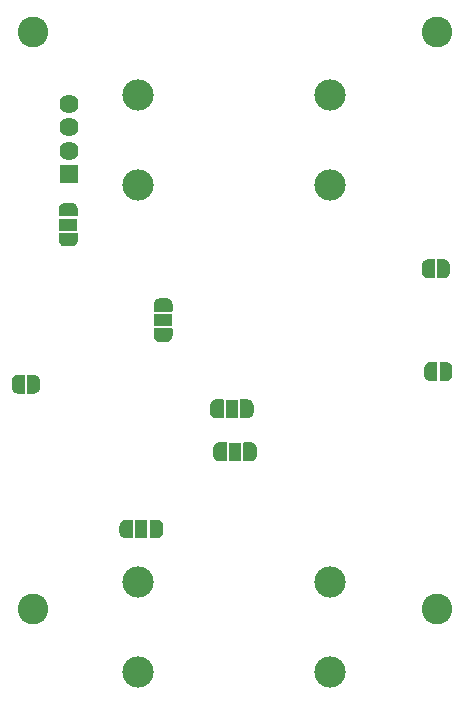
<source format=gbs>
G04 #@! TF.GenerationSoftware,KiCad,Pcbnew,(5.1.6)-1*
G04 #@! TF.CreationDate,2020-06-24T13:46:24+02:00*
G04 #@! TF.ProjectId,ST-Node-V0.1,53542d4e-6f64-4652-9d56-302e312e6b69,rev?*
G04 #@! TF.SameCoordinates,Original*
G04 #@! TF.FileFunction,Soldermask,Bot*
G04 #@! TF.FilePolarity,Negative*
%FSLAX46Y46*%
G04 Gerber Fmt 4.6, Leading zero omitted, Abs format (unit mm)*
G04 Created by KiCad (PCBNEW (5.1.6)-1) date 2020-06-24 13:46:24*
%MOMM*%
%LPD*%
G01*
G04 APERTURE LIST*
%ADD10C,2.650000*%
%ADD11C,2.600000*%
%ADD12C,0.100000*%
%ADD13R,1.100000X1.600000*%
%ADD14R,1.600000X1.100000*%
%ADD15R,1.624000X1.624000*%
%ADD16C,1.624000*%
G04 APERTURE END LIST*
D10*
X147759040Y-121153300D03*
X147759040Y-128773300D03*
X131519040Y-121153300D03*
X131519040Y-128773300D03*
X147759040Y-87589740D03*
X147759040Y-79969740D03*
X131519040Y-87589740D03*
X131519040Y-79969740D03*
D11*
X156811980Y-123510040D03*
X122588020Y-123510040D03*
X156819600Y-74599800D03*
X122580400Y-74599800D03*
D12*
G36*
X130481789Y-117499698D02*
G01*
X130463366Y-117499698D01*
X130458465Y-117499457D01*
X130409634Y-117494647D01*
X130404781Y-117493927D01*
X130356656Y-117484355D01*
X130351895Y-117483163D01*
X130304940Y-117468919D01*
X130300321Y-117467266D01*
X130254988Y-117448489D01*
X130250551Y-117446391D01*
X130207278Y-117423260D01*
X130203071Y-117420738D01*
X130162272Y-117393478D01*
X130158330Y-117390554D01*
X130120401Y-117359426D01*
X130116766Y-117356131D01*
X130082069Y-117321434D01*
X130078774Y-117317799D01*
X130047646Y-117279870D01*
X130044722Y-117275928D01*
X130017462Y-117235129D01*
X130014940Y-117230922D01*
X129991809Y-117187649D01*
X129989711Y-117183212D01*
X129970934Y-117137879D01*
X129969281Y-117133260D01*
X129955037Y-117086305D01*
X129953845Y-117081544D01*
X129944273Y-117033419D01*
X129943553Y-117028566D01*
X129938743Y-116979735D01*
X129938502Y-116974834D01*
X129938502Y-116956411D01*
X129937900Y-116950300D01*
X129937900Y-116450300D01*
X129938502Y-116444189D01*
X129938502Y-116425766D01*
X129938743Y-116420865D01*
X129943553Y-116372034D01*
X129944273Y-116367181D01*
X129953845Y-116319056D01*
X129955037Y-116314295D01*
X129969281Y-116267340D01*
X129970934Y-116262721D01*
X129989711Y-116217388D01*
X129991809Y-116212951D01*
X130014940Y-116169678D01*
X130017462Y-116165471D01*
X130044722Y-116124672D01*
X130047646Y-116120730D01*
X130078774Y-116082801D01*
X130082069Y-116079166D01*
X130116766Y-116044469D01*
X130120401Y-116041174D01*
X130158330Y-116010046D01*
X130162272Y-116007122D01*
X130203071Y-115979862D01*
X130207278Y-115977340D01*
X130250551Y-115954209D01*
X130254988Y-115952111D01*
X130300321Y-115933334D01*
X130304940Y-115931681D01*
X130351895Y-115917437D01*
X130356656Y-115916245D01*
X130404781Y-115906673D01*
X130409634Y-115905953D01*
X130458465Y-115901143D01*
X130463366Y-115900902D01*
X130481789Y-115900902D01*
X130487900Y-115900300D01*
X131037900Y-115900300D01*
X131047655Y-115901261D01*
X131057034Y-115904106D01*
X131065679Y-115908727D01*
X131073255Y-115914945D01*
X131079473Y-115922521D01*
X131084094Y-115931166D01*
X131086939Y-115940545D01*
X131087900Y-115950300D01*
X131087900Y-117450300D01*
X131086939Y-117460055D01*
X131084094Y-117469434D01*
X131079473Y-117478079D01*
X131073255Y-117485655D01*
X131065679Y-117491873D01*
X131057034Y-117496494D01*
X131047655Y-117499339D01*
X131037900Y-117500300D01*
X130487900Y-117500300D01*
X130481789Y-117499698D01*
G37*
D13*
X131787900Y-116700300D03*
D12*
G36*
X132528145Y-117499339D02*
G01*
X132518766Y-117496494D01*
X132510121Y-117491873D01*
X132502545Y-117485655D01*
X132496327Y-117478079D01*
X132491706Y-117469434D01*
X132488861Y-117460055D01*
X132487900Y-117450300D01*
X132487900Y-115950300D01*
X132488861Y-115940545D01*
X132491706Y-115931166D01*
X132496327Y-115922521D01*
X132502545Y-115914945D01*
X132510121Y-115908727D01*
X132518766Y-115904106D01*
X132528145Y-115901261D01*
X132537900Y-115900300D01*
X133087900Y-115900300D01*
X133094011Y-115900902D01*
X133112434Y-115900902D01*
X133117335Y-115901143D01*
X133166166Y-115905953D01*
X133171019Y-115906673D01*
X133219144Y-115916245D01*
X133223905Y-115917437D01*
X133270860Y-115931681D01*
X133275479Y-115933334D01*
X133320812Y-115952111D01*
X133325249Y-115954209D01*
X133368522Y-115977340D01*
X133372729Y-115979862D01*
X133413528Y-116007122D01*
X133417470Y-116010046D01*
X133455399Y-116041174D01*
X133459034Y-116044469D01*
X133493731Y-116079166D01*
X133497026Y-116082801D01*
X133528154Y-116120730D01*
X133531078Y-116124672D01*
X133558338Y-116165471D01*
X133560860Y-116169678D01*
X133583991Y-116212951D01*
X133586089Y-116217388D01*
X133604866Y-116262721D01*
X133606519Y-116267340D01*
X133620763Y-116314295D01*
X133621955Y-116319056D01*
X133631527Y-116367181D01*
X133632247Y-116372034D01*
X133637057Y-116420865D01*
X133637298Y-116425766D01*
X133637298Y-116444189D01*
X133637900Y-116450300D01*
X133637900Y-116950300D01*
X133637298Y-116956411D01*
X133637298Y-116974834D01*
X133637057Y-116979735D01*
X133632247Y-117028566D01*
X133631527Y-117033419D01*
X133621955Y-117081544D01*
X133620763Y-117086305D01*
X133606519Y-117133260D01*
X133604866Y-117137879D01*
X133586089Y-117183212D01*
X133583991Y-117187649D01*
X133560860Y-117230922D01*
X133558338Y-117235129D01*
X133531078Y-117275928D01*
X133528154Y-117279870D01*
X133497026Y-117317799D01*
X133493731Y-117321434D01*
X133459034Y-117356131D01*
X133455399Y-117359426D01*
X133417470Y-117390554D01*
X133413528Y-117393478D01*
X133372729Y-117420738D01*
X133368522Y-117423260D01*
X133325249Y-117446391D01*
X133320812Y-117448489D01*
X133275479Y-117467266D01*
X133270860Y-117468919D01*
X133223905Y-117483163D01*
X133219144Y-117484355D01*
X133171019Y-117493927D01*
X133166166Y-117494647D01*
X133117335Y-117499457D01*
X133112434Y-117499698D01*
X133094011Y-117499698D01*
X133087900Y-117500300D01*
X132537900Y-117500300D01*
X132528145Y-117499339D01*
G37*
G36*
X140756111Y-105730602D02*
G01*
X140774534Y-105730602D01*
X140779435Y-105730843D01*
X140828266Y-105735653D01*
X140833119Y-105736373D01*
X140881244Y-105745945D01*
X140886005Y-105747137D01*
X140932960Y-105761381D01*
X140937579Y-105763034D01*
X140982912Y-105781811D01*
X140987349Y-105783909D01*
X141030622Y-105807040D01*
X141034829Y-105809562D01*
X141075628Y-105836822D01*
X141079570Y-105839746D01*
X141117499Y-105870874D01*
X141121134Y-105874169D01*
X141155831Y-105908866D01*
X141159126Y-105912501D01*
X141190254Y-105950430D01*
X141193178Y-105954372D01*
X141220438Y-105995171D01*
X141222960Y-105999378D01*
X141246091Y-106042651D01*
X141248189Y-106047088D01*
X141266966Y-106092421D01*
X141268619Y-106097040D01*
X141282863Y-106143995D01*
X141284055Y-106148756D01*
X141293627Y-106196881D01*
X141294347Y-106201734D01*
X141299157Y-106250565D01*
X141299398Y-106255466D01*
X141299398Y-106273889D01*
X141300000Y-106280000D01*
X141300000Y-106780000D01*
X141299398Y-106786111D01*
X141299398Y-106804534D01*
X141299157Y-106809435D01*
X141294347Y-106858266D01*
X141293627Y-106863119D01*
X141284055Y-106911244D01*
X141282863Y-106916005D01*
X141268619Y-106962960D01*
X141266966Y-106967579D01*
X141248189Y-107012912D01*
X141246091Y-107017349D01*
X141222960Y-107060622D01*
X141220438Y-107064829D01*
X141193178Y-107105628D01*
X141190254Y-107109570D01*
X141159126Y-107147499D01*
X141155831Y-107151134D01*
X141121134Y-107185831D01*
X141117499Y-107189126D01*
X141079570Y-107220254D01*
X141075628Y-107223178D01*
X141034829Y-107250438D01*
X141030622Y-107252960D01*
X140987349Y-107276091D01*
X140982912Y-107278189D01*
X140937579Y-107296966D01*
X140932960Y-107298619D01*
X140886005Y-107312863D01*
X140881244Y-107314055D01*
X140833119Y-107323627D01*
X140828266Y-107324347D01*
X140779435Y-107329157D01*
X140774534Y-107329398D01*
X140756111Y-107329398D01*
X140750000Y-107330000D01*
X140200000Y-107330000D01*
X140190245Y-107329039D01*
X140180866Y-107326194D01*
X140172221Y-107321573D01*
X140164645Y-107315355D01*
X140158427Y-107307779D01*
X140153806Y-107299134D01*
X140150961Y-107289755D01*
X140150000Y-107280000D01*
X140150000Y-105780000D01*
X140150961Y-105770245D01*
X140153806Y-105760866D01*
X140158427Y-105752221D01*
X140164645Y-105744645D01*
X140172221Y-105738427D01*
X140180866Y-105733806D01*
X140190245Y-105730961D01*
X140200000Y-105730000D01*
X140750000Y-105730000D01*
X140756111Y-105730602D01*
G37*
D13*
X139450000Y-106530000D03*
D12*
G36*
X138709755Y-105730961D02*
G01*
X138719134Y-105733806D01*
X138727779Y-105738427D01*
X138735355Y-105744645D01*
X138741573Y-105752221D01*
X138746194Y-105760866D01*
X138749039Y-105770245D01*
X138750000Y-105780000D01*
X138750000Y-107280000D01*
X138749039Y-107289755D01*
X138746194Y-107299134D01*
X138741573Y-107307779D01*
X138735355Y-107315355D01*
X138727779Y-107321573D01*
X138719134Y-107326194D01*
X138709755Y-107329039D01*
X138700000Y-107330000D01*
X138150000Y-107330000D01*
X138143889Y-107329398D01*
X138125466Y-107329398D01*
X138120565Y-107329157D01*
X138071734Y-107324347D01*
X138066881Y-107323627D01*
X138018756Y-107314055D01*
X138013995Y-107312863D01*
X137967040Y-107298619D01*
X137962421Y-107296966D01*
X137917088Y-107278189D01*
X137912651Y-107276091D01*
X137869378Y-107252960D01*
X137865171Y-107250438D01*
X137824372Y-107223178D01*
X137820430Y-107220254D01*
X137782501Y-107189126D01*
X137778866Y-107185831D01*
X137744169Y-107151134D01*
X137740874Y-107147499D01*
X137709746Y-107109570D01*
X137706822Y-107105628D01*
X137679562Y-107064829D01*
X137677040Y-107060622D01*
X137653909Y-107017349D01*
X137651811Y-107012912D01*
X137633034Y-106967579D01*
X137631381Y-106962960D01*
X137617137Y-106916005D01*
X137615945Y-106911244D01*
X137606373Y-106863119D01*
X137605653Y-106858266D01*
X137600843Y-106809435D01*
X137600602Y-106804534D01*
X137600602Y-106786111D01*
X137600000Y-106780000D01*
X137600000Y-106280000D01*
X137600602Y-106273889D01*
X137600602Y-106255466D01*
X137600843Y-106250565D01*
X137605653Y-106201734D01*
X137606373Y-106196881D01*
X137615945Y-106148756D01*
X137617137Y-106143995D01*
X137631381Y-106097040D01*
X137633034Y-106092421D01*
X137651811Y-106047088D01*
X137653909Y-106042651D01*
X137677040Y-105999378D01*
X137679562Y-105995171D01*
X137706822Y-105954372D01*
X137709746Y-105950430D01*
X137740874Y-105912501D01*
X137744169Y-105908866D01*
X137778866Y-105874169D01*
X137782501Y-105870874D01*
X137820430Y-105839746D01*
X137824372Y-105836822D01*
X137865171Y-105809562D01*
X137869378Y-105807040D01*
X137912651Y-105783909D01*
X137917088Y-105781811D01*
X137962421Y-105763034D01*
X137967040Y-105761381D01*
X138013995Y-105747137D01*
X138018756Y-105745945D01*
X138066881Y-105736373D01*
X138071734Y-105735653D01*
X138120565Y-105730843D01*
X138125466Y-105730602D01*
X138143889Y-105730602D01*
X138150000Y-105730000D01*
X138700000Y-105730000D01*
X138709755Y-105730961D01*
G37*
G36*
X140465645Y-110958839D02*
G01*
X140456266Y-110955994D01*
X140447621Y-110951373D01*
X140440045Y-110945155D01*
X140433827Y-110937579D01*
X140429206Y-110928934D01*
X140426361Y-110919555D01*
X140425400Y-110909800D01*
X140425400Y-109409800D01*
X140426361Y-109400045D01*
X140429206Y-109390666D01*
X140433827Y-109382021D01*
X140440045Y-109374445D01*
X140447621Y-109368227D01*
X140456266Y-109363606D01*
X140465645Y-109360761D01*
X140475400Y-109359800D01*
X141025400Y-109359800D01*
X141031511Y-109360402D01*
X141049934Y-109360402D01*
X141054835Y-109360643D01*
X141103666Y-109365453D01*
X141108519Y-109366173D01*
X141156644Y-109375745D01*
X141161405Y-109376937D01*
X141208360Y-109391181D01*
X141212979Y-109392834D01*
X141258312Y-109411611D01*
X141262749Y-109413709D01*
X141306022Y-109436840D01*
X141310229Y-109439362D01*
X141351028Y-109466622D01*
X141354970Y-109469546D01*
X141392899Y-109500674D01*
X141396534Y-109503969D01*
X141431231Y-109538666D01*
X141434526Y-109542301D01*
X141465654Y-109580230D01*
X141468578Y-109584172D01*
X141495838Y-109624971D01*
X141498360Y-109629178D01*
X141521491Y-109672451D01*
X141523589Y-109676888D01*
X141542366Y-109722221D01*
X141544019Y-109726840D01*
X141558263Y-109773795D01*
X141559455Y-109778556D01*
X141569027Y-109826681D01*
X141569747Y-109831534D01*
X141574557Y-109880365D01*
X141574798Y-109885266D01*
X141574798Y-109903689D01*
X141575400Y-109909800D01*
X141575400Y-110409800D01*
X141574798Y-110415911D01*
X141574798Y-110434334D01*
X141574557Y-110439235D01*
X141569747Y-110488066D01*
X141569027Y-110492919D01*
X141559455Y-110541044D01*
X141558263Y-110545805D01*
X141544019Y-110592760D01*
X141542366Y-110597379D01*
X141523589Y-110642712D01*
X141521491Y-110647149D01*
X141498360Y-110690422D01*
X141495838Y-110694629D01*
X141468578Y-110735428D01*
X141465654Y-110739370D01*
X141434526Y-110777299D01*
X141431231Y-110780934D01*
X141396534Y-110815631D01*
X141392899Y-110818926D01*
X141354970Y-110850054D01*
X141351028Y-110852978D01*
X141310229Y-110880238D01*
X141306022Y-110882760D01*
X141262749Y-110905891D01*
X141258312Y-110907989D01*
X141212979Y-110926766D01*
X141208360Y-110928419D01*
X141161405Y-110942663D01*
X141156644Y-110943855D01*
X141108519Y-110953427D01*
X141103666Y-110954147D01*
X141054835Y-110958957D01*
X141049934Y-110959198D01*
X141031511Y-110959198D01*
X141025400Y-110959800D01*
X140475400Y-110959800D01*
X140465645Y-110958839D01*
G37*
D13*
X139725400Y-110159800D03*
D12*
G36*
X138419289Y-110959198D02*
G01*
X138400866Y-110959198D01*
X138395965Y-110958957D01*
X138347134Y-110954147D01*
X138342281Y-110953427D01*
X138294156Y-110943855D01*
X138289395Y-110942663D01*
X138242440Y-110928419D01*
X138237821Y-110926766D01*
X138192488Y-110907989D01*
X138188051Y-110905891D01*
X138144778Y-110882760D01*
X138140571Y-110880238D01*
X138099772Y-110852978D01*
X138095830Y-110850054D01*
X138057901Y-110818926D01*
X138054266Y-110815631D01*
X138019569Y-110780934D01*
X138016274Y-110777299D01*
X137985146Y-110739370D01*
X137982222Y-110735428D01*
X137954962Y-110694629D01*
X137952440Y-110690422D01*
X137929309Y-110647149D01*
X137927211Y-110642712D01*
X137908434Y-110597379D01*
X137906781Y-110592760D01*
X137892537Y-110545805D01*
X137891345Y-110541044D01*
X137881773Y-110492919D01*
X137881053Y-110488066D01*
X137876243Y-110439235D01*
X137876002Y-110434334D01*
X137876002Y-110415911D01*
X137875400Y-110409800D01*
X137875400Y-109909800D01*
X137876002Y-109903689D01*
X137876002Y-109885266D01*
X137876243Y-109880365D01*
X137881053Y-109831534D01*
X137881773Y-109826681D01*
X137891345Y-109778556D01*
X137892537Y-109773795D01*
X137906781Y-109726840D01*
X137908434Y-109722221D01*
X137927211Y-109676888D01*
X137929309Y-109672451D01*
X137952440Y-109629178D01*
X137954962Y-109624971D01*
X137982222Y-109584172D01*
X137985146Y-109580230D01*
X138016274Y-109542301D01*
X138019569Y-109538666D01*
X138054266Y-109503969D01*
X138057901Y-109500674D01*
X138095830Y-109469546D01*
X138099772Y-109466622D01*
X138140571Y-109439362D01*
X138144778Y-109436840D01*
X138188051Y-109413709D01*
X138192488Y-109411611D01*
X138237821Y-109392834D01*
X138242440Y-109391181D01*
X138289395Y-109376937D01*
X138294156Y-109375745D01*
X138342281Y-109366173D01*
X138347134Y-109365453D01*
X138395965Y-109360643D01*
X138400866Y-109360402D01*
X138419289Y-109360402D01*
X138425400Y-109359800D01*
X138975400Y-109359800D01*
X138985155Y-109360761D01*
X138994534Y-109363606D01*
X139003179Y-109368227D01*
X139010755Y-109374445D01*
X139016973Y-109382021D01*
X139021594Y-109390666D01*
X139024439Y-109400045D01*
X139025400Y-109409800D01*
X139025400Y-110909800D01*
X139024439Y-110919555D01*
X139021594Y-110928934D01*
X139016973Y-110937579D01*
X139010755Y-110945155D01*
X139003179Y-110951373D01*
X138994534Y-110955994D01*
X138985155Y-110958839D01*
X138975400Y-110959800D01*
X138425400Y-110959800D01*
X138419289Y-110959198D01*
G37*
G36*
X132830361Y-99754045D02*
G01*
X132833206Y-99744666D01*
X132837827Y-99736021D01*
X132844045Y-99728445D01*
X132851621Y-99722227D01*
X132860266Y-99717606D01*
X132869645Y-99714761D01*
X132879400Y-99713800D01*
X134379400Y-99713800D01*
X134389155Y-99714761D01*
X134398534Y-99717606D01*
X134407179Y-99722227D01*
X134414755Y-99728445D01*
X134420973Y-99736021D01*
X134425594Y-99744666D01*
X134428439Y-99754045D01*
X134429400Y-99763800D01*
X134429400Y-100313800D01*
X134428798Y-100319911D01*
X134428798Y-100338334D01*
X134428557Y-100343235D01*
X134423747Y-100392066D01*
X134423027Y-100396919D01*
X134413455Y-100445044D01*
X134412263Y-100449805D01*
X134398019Y-100496760D01*
X134396366Y-100501379D01*
X134377589Y-100546712D01*
X134375491Y-100551149D01*
X134352360Y-100594422D01*
X134349838Y-100598629D01*
X134322578Y-100639428D01*
X134319654Y-100643370D01*
X134288526Y-100681299D01*
X134285231Y-100684934D01*
X134250534Y-100719631D01*
X134246899Y-100722926D01*
X134208970Y-100754054D01*
X134205028Y-100756978D01*
X134164229Y-100784238D01*
X134160022Y-100786760D01*
X134116749Y-100809891D01*
X134112312Y-100811989D01*
X134066979Y-100830766D01*
X134062360Y-100832419D01*
X134015405Y-100846663D01*
X134010644Y-100847855D01*
X133962519Y-100857427D01*
X133957666Y-100858147D01*
X133908835Y-100862957D01*
X133903934Y-100863198D01*
X133885511Y-100863198D01*
X133879400Y-100863800D01*
X133379400Y-100863800D01*
X133373289Y-100863198D01*
X133354866Y-100863198D01*
X133349965Y-100862957D01*
X133301134Y-100858147D01*
X133296281Y-100857427D01*
X133248156Y-100847855D01*
X133243395Y-100846663D01*
X133196440Y-100832419D01*
X133191821Y-100830766D01*
X133146488Y-100811989D01*
X133142051Y-100809891D01*
X133098778Y-100786760D01*
X133094571Y-100784238D01*
X133053772Y-100756978D01*
X133049830Y-100754054D01*
X133011901Y-100722926D01*
X133008266Y-100719631D01*
X132973569Y-100684934D01*
X132970274Y-100681299D01*
X132939146Y-100643370D01*
X132936222Y-100639428D01*
X132908962Y-100598629D01*
X132906440Y-100594422D01*
X132883309Y-100551149D01*
X132881211Y-100546712D01*
X132862434Y-100501379D01*
X132860781Y-100496760D01*
X132846537Y-100449805D01*
X132845345Y-100445044D01*
X132835773Y-100396919D01*
X132835053Y-100392066D01*
X132830243Y-100343235D01*
X132830002Y-100338334D01*
X132830002Y-100319911D01*
X132829400Y-100313800D01*
X132829400Y-99763800D01*
X132830361Y-99754045D01*
G37*
D14*
X133629400Y-99013800D03*
D12*
G36*
X132830002Y-97707689D02*
G01*
X132830002Y-97689266D01*
X132830243Y-97684365D01*
X132835053Y-97635534D01*
X132835773Y-97630681D01*
X132845345Y-97582556D01*
X132846537Y-97577795D01*
X132860781Y-97530840D01*
X132862434Y-97526221D01*
X132881211Y-97480888D01*
X132883309Y-97476451D01*
X132906440Y-97433178D01*
X132908962Y-97428971D01*
X132936222Y-97388172D01*
X132939146Y-97384230D01*
X132970274Y-97346301D01*
X132973569Y-97342666D01*
X133008266Y-97307969D01*
X133011901Y-97304674D01*
X133049830Y-97273546D01*
X133053772Y-97270622D01*
X133094571Y-97243362D01*
X133098778Y-97240840D01*
X133142051Y-97217709D01*
X133146488Y-97215611D01*
X133191821Y-97196834D01*
X133196440Y-97195181D01*
X133243395Y-97180937D01*
X133248156Y-97179745D01*
X133296281Y-97170173D01*
X133301134Y-97169453D01*
X133349965Y-97164643D01*
X133354866Y-97164402D01*
X133373289Y-97164402D01*
X133379400Y-97163800D01*
X133879400Y-97163800D01*
X133885511Y-97164402D01*
X133903934Y-97164402D01*
X133908835Y-97164643D01*
X133957666Y-97169453D01*
X133962519Y-97170173D01*
X134010644Y-97179745D01*
X134015405Y-97180937D01*
X134062360Y-97195181D01*
X134066979Y-97196834D01*
X134112312Y-97215611D01*
X134116749Y-97217709D01*
X134160022Y-97240840D01*
X134164229Y-97243362D01*
X134205028Y-97270622D01*
X134208970Y-97273546D01*
X134246899Y-97304674D01*
X134250534Y-97307969D01*
X134285231Y-97342666D01*
X134288526Y-97346301D01*
X134319654Y-97384230D01*
X134322578Y-97388172D01*
X134349838Y-97428971D01*
X134352360Y-97433178D01*
X134375491Y-97476451D01*
X134377589Y-97480888D01*
X134396366Y-97526221D01*
X134398019Y-97530840D01*
X134412263Y-97577795D01*
X134413455Y-97582556D01*
X134423027Y-97630681D01*
X134423747Y-97635534D01*
X134428557Y-97684365D01*
X134428798Y-97689266D01*
X134428798Y-97707689D01*
X134429400Y-97713800D01*
X134429400Y-98263800D01*
X134428439Y-98273555D01*
X134425594Y-98282934D01*
X134420973Y-98291579D01*
X134414755Y-98299155D01*
X134407179Y-98305373D01*
X134398534Y-98309994D01*
X134389155Y-98312839D01*
X134379400Y-98313800D01*
X132879400Y-98313800D01*
X132869645Y-98312839D01*
X132860266Y-98309994D01*
X132851621Y-98305373D01*
X132844045Y-98299155D01*
X132837827Y-98291579D01*
X132833206Y-98282934D01*
X132830361Y-98273555D01*
X132829400Y-98263800D01*
X132829400Y-97713800D01*
X132830002Y-97707689D01*
G37*
G36*
X124803602Y-89625889D02*
G01*
X124803602Y-89607466D01*
X124803843Y-89602565D01*
X124808653Y-89553734D01*
X124809373Y-89548881D01*
X124818945Y-89500756D01*
X124820137Y-89495995D01*
X124834381Y-89449040D01*
X124836034Y-89444421D01*
X124854811Y-89399088D01*
X124856909Y-89394651D01*
X124880040Y-89351378D01*
X124882562Y-89347171D01*
X124909822Y-89306372D01*
X124912746Y-89302430D01*
X124943874Y-89264501D01*
X124947169Y-89260866D01*
X124981866Y-89226169D01*
X124985501Y-89222874D01*
X125023430Y-89191746D01*
X125027372Y-89188822D01*
X125068171Y-89161562D01*
X125072378Y-89159040D01*
X125115651Y-89135909D01*
X125120088Y-89133811D01*
X125165421Y-89115034D01*
X125170040Y-89113381D01*
X125216995Y-89099137D01*
X125221756Y-89097945D01*
X125269881Y-89088373D01*
X125274734Y-89087653D01*
X125323565Y-89082843D01*
X125328466Y-89082602D01*
X125346889Y-89082602D01*
X125353000Y-89082000D01*
X125853000Y-89082000D01*
X125859111Y-89082602D01*
X125877534Y-89082602D01*
X125882435Y-89082843D01*
X125931266Y-89087653D01*
X125936119Y-89088373D01*
X125984244Y-89097945D01*
X125989005Y-89099137D01*
X126035960Y-89113381D01*
X126040579Y-89115034D01*
X126085912Y-89133811D01*
X126090349Y-89135909D01*
X126133622Y-89159040D01*
X126137829Y-89161562D01*
X126178628Y-89188822D01*
X126182570Y-89191746D01*
X126220499Y-89222874D01*
X126224134Y-89226169D01*
X126258831Y-89260866D01*
X126262126Y-89264501D01*
X126293254Y-89302430D01*
X126296178Y-89306372D01*
X126323438Y-89347171D01*
X126325960Y-89351378D01*
X126349091Y-89394651D01*
X126351189Y-89399088D01*
X126369966Y-89444421D01*
X126371619Y-89449040D01*
X126385863Y-89495995D01*
X126387055Y-89500756D01*
X126396627Y-89548881D01*
X126397347Y-89553734D01*
X126402157Y-89602565D01*
X126402398Y-89607466D01*
X126402398Y-89625889D01*
X126403000Y-89632000D01*
X126403000Y-90182000D01*
X126402039Y-90191755D01*
X126399194Y-90201134D01*
X126394573Y-90209779D01*
X126388355Y-90217355D01*
X126380779Y-90223573D01*
X126372134Y-90228194D01*
X126362755Y-90231039D01*
X126353000Y-90232000D01*
X124853000Y-90232000D01*
X124843245Y-90231039D01*
X124833866Y-90228194D01*
X124825221Y-90223573D01*
X124817645Y-90217355D01*
X124811427Y-90209779D01*
X124806806Y-90201134D01*
X124803961Y-90191755D01*
X124803000Y-90182000D01*
X124803000Y-89632000D01*
X124803602Y-89625889D01*
G37*
D14*
X125603000Y-90932000D03*
D12*
G36*
X124803961Y-91672245D02*
G01*
X124806806Y-91662866D01*
X124811427Y-91654221D01*
X124817645Y-91646645D01*
X124825221Y-91640427D01*
X124833866Y-91635806D01*
X124843245Y-91632961D01*
X124853000Y-91632000D01*
X126353000Y-91632000D01*
X126362755Y-91632961D01*
X126372134Y-91635806D01*
X126380779Y-91640427D01*
X126388355Y-91646645D01*
X126394573Y-91654221D01*
X126399194Y-91662866D01*
X126402039Y-91672245D01*
X126403000Y-91682000D01*
X126403000Y-92232000D01*
X126402398Y-92238111D01*
X126402398Y-92256534D01*
X126402157Y-92261435D01*
X126397347Y-92310266D01*
X126396627Y-92315119D01*
X126387055Y-92363244D01*
X126385863Y-92368005D01*
X126371619Y-92414960D01*
X126369966Y-92419579D01*
X126351189Y-92464912D01*
X126349091Y-92469349D01*
X126325960Y-92512622D01*
X126323438Y-92516829D01*
X126296178Y-92557628D01*
X126293254Y-92561570D01*
X126262126Y-92599499D01*
X126258831Y-92603134D01*
X126224134Y-92637831D01*
X126220499Y-92641126D01*
X126182570Y-92672254D01*
X126178628Y-92675178D01*
X126137829Y-92702438D01*
X126133622Y-92704960D01*
X126090349Y-92728091D01*
X126085912Y-92730189D01*
X126040579Y-92748966D01*
X126035960Y-92750619D01*
X125989005Y-92764863D01*
X125984244Y-92766055D01*
X125936119Y-92775627D01*
X125931266Y-92776347D01*
X125882435Y-92781157D01*
X125877534Y-92781398D01*
X125859111Y-92781398D01*
X125853000Y-92782000D01*
X125353000Y-92782000D01*
X125346889Y-92781398D01*
X125328466Y-92781398D01*
X125323565Y-92781157D01*
X125274734Y-92776347D01*
X125269881Y-92775627D01*
X125221756Y-92766055D01*
X125216995Y-92764863D01*
X125170040Y-92750619D01*
X125165421Y-92748966D01*
X125120088Y-92730189D01*
X125115651Y-92728091D01*
X125072378Y-92704960D01*
X125068171Y-92702438D01*
X125027372Y-92675178D01*
X125023430Y-92672254D01*
X124985501Y-92641126D01*
X124981866Y-92637831D01*
X124947169Y-92603134D01*
X124943874Y-92599499D01*
X124912746Y-92561570D01*
X124909822Y-92557628D01*
X124882562Y-92516829D01*
X124880040Y-92512622D01*
X124856909Y-92469349D01*
X124854811Y-92464912D01*
X124836034Y-92419579D01*
X124834381Y-92414960D01*
X124820137Y-92368005D01*
X124818945Y-92363244D01*
X124809373Y-92315119D01*
X124808653Y-92310266D01*
X124803843Y-92261435D01*
X124803602Y-92256534D01*
X124803602Y-92238111D01*
X124803000Y-92232000D01*
X124803000Y-91682000D01*
X124803961Y-91672245D01*
G37*
G36*
X122149145Y-105243839D02*
G01*
X122139766Y-105240994D01*
X122131121Y-105236373D01*
X122123545Y-105230155D01*
X122117327Y-105222579D01*
X122112706Y-105213934D01*
X122109861Y-105204555D01*
X122108900Y-105194800D01*
X122108900Y-103694800D01*
X122109861Y-103685045D01*
X122112706Y-103675666D01*
X122117327Y-103667021D01*
X122123545Y-103659445D01*
X122131121Y-103653227D01*
X122139766Y-103648606D01*
X122149145Y-103645761D01*
X122158900Y-103644800D01*
X122658900Y-103644800D01*
X122665011Y-103645402D01*
X122683434Y-103645402D01*
X122688335Y-103645643D01*
X122737166Y-103650453D01*
X122742019Y-103651173D01*
X122790144Y-103660745D01*
X122794905Y-103661937D01*
X122841860Y-103676181D01*
X122846479Y-103677834D01*
X122891812Y-103696611D01*
X122896249Y-103698709D01*
X122939522Y-103721840D01*
X122943729Y-103724362D01*
X122984528Y-103751622D01*
X122988470Y-103754546D01*
X123026399Y-103785674D01*
X123030034Y-103788969D01*
X123064731Y-103823666D01*
X123068026Y-103827301D01*
X123099154Y-103865230D01*
X123102078Y-103869172D01*
X123129338Y-103909971D01*
X123131860Y-103914178D01*
X123154991Y-103957451D01*
X123157089Y-103961888D01*
X123175866Y-104007221D01*
X123177519Y-104011840D01*
X123191763Y-104058795D01*
X123192955Y-104063556D01*
X123202527Y-104111681D01*
X123203247Y-104116534D01*
X123208057Y-104165365D01*
X123208298Y-104170266D01*
X123208298Y-104188689D01*
X123208900Y-104194800D01*
X123208900Y-104694800D01*
X123208298Y-104700911D01*
X123208298Y-104719334D01*
X123208057Y-104724235D01*
X123203247Y-104773066D01*
X123202527Y-104777919D01*
X123192955Y-104826044D01*
X123191763Y-104830805D01*
X123177519Y-104877760D01*
X123175866Y-104882379D01*
X123157089Y-104927712D01*
X123154991Y-104932149D01*
X123131860Y-104975422D01*
X123129338Y-104979629D01*
X123102078Y-105020428D01*
X123099154Y-105024370D01*
X123068026Y-105062299D01*
X123064731Y-105065934D01*
X123030034Y-105100631D01*
X123026399Y-105103926D01*
X122988470Y-105135054D01*
X122984528Y-105137978D01*
X122943729Y-105165238D01*
X122939522Y-105167760D01*
X122896249Y-105190891D01*
X122891812Y-105192989D01*
X122846479Y-105211766D01*
X122841860Y-105213419D01*
X122794905Y-105227663D01*
X122790144Y-105228855D01*
X122742019Y-105238427D01*
X122737166Y-105239147D01*
X122688335Y-105243957D01*
X122683434Y-105244198D01*
X122665011Y-105244198D01*
X122658900Y-105244800D01*
X122158900Y-105244800D01*
X122149145Y-105243839D01*
G37*
G36*
X121352789Y-105244198D02*
G01*
X121334366Y-105244198D01*
X121329465Y-105243957D01*
X121280634Y-105239147D01*
X121275781Y-105238427D01*
X121227656Y-105228855D01*
X121222895Y-105227663D01*
X121175940Y-105213419D01*
X121171321Y-105211766D01*
X121125988Y-105192989D01*
X121121551Y-105190891D01*
X121078278Y-105167760D01*
X121074071Y-105165238D01*
X121033272Y-105137978D01*
X121029330Y-105135054D01*
X120991401Y-105103926D01*
X120987766Y-105100631D01*
X120953069Y-105065934D01*
X120949774Y-105062299D01*
X120918646Y-105024370D01*
X120915722Y-105020428D01*
X120888462Y-104979629D01*
X120885940Y-104975422D01*
X120862809Y-104932149D01*
X120860711Y-104927712D01*
X120841934Y-104882379D01*
X120840281Y-104877760D01*
X120826037Y-104830805D01*
X120824845Y-104826044D01*
X120815273Y-104777919D01*
X120814553Y-104773066D01*
X120809743Y-104724235D01*
X120809502Y-104719334D01*
X120809502Y-104700911D01*
X120808900Y-104694800D01*
X120808900Y-104194800D01*
X120809502Y-104188689D01*
X120809502Y-104170266D01*
X120809743Y-104165365D01*
X120814553Y-104116534D01*
X120815273Y-104111681D01*
X120824845Y-104063556D01*
X120826037Y-104058795D01*
X120840281Y-104011840D01*
X120841934Y-104007221D01*
X120860711Y-103961888D01*
X120862809Y-103957451D01*
X120885940Y-103914178D01*
X120888462Y-103909971D01*
X120915722Y-103869172D01*
X120918646Y-103865230D01*
X120949774Y-103827301D01*
X120953069Y-103823666D01*
X120987766Y-103788969D01*
X120991401Y-103785674D01*
X121029330Y-103754546D01*
X121033272Y-103751622D01*
X121074071Y-103724362D01*
X121078278Y-103721840D01*
X121121551Y-103698709D01*
X121125988Y-103696611D01*
X121171321Y-103677834D01*
X121175940Y-103676181D01*
X121222895Y-103661937D01*
X121227656Y-103660745D01*
X121275781Y-103651173D01*
X121280634Y-103650453D01*
X121329465Y-103645643D01*
X121334366Y-103645402D01*
X121352789Y-103645402D01*
X121358900Y-103644800D01*
X121858900Y-103644800D01*
X121868655Y-103645761D01*
X121878034Y-103648606D01*
X121886679Y-103653227D01*
X121894255Y-103659445D01*
X121900473Y-103667021D01*
X121905094Y-103675666D01*
X121907939Y-103685045D01*
X121908900Y-103694800D01*
X121908900Y-105194800D01*
X121907939Y-105204555D01*
X121905094Y-105213934D01*
X121900473Y-105222579D01*
X121894255Y-105230155D01*
X121886679Y-105236373D01*
X121878034Y-105240994D01*
X121868655Y-105243839D01*
X121858900Y-105244800D01*
X121358900Y-105244800D01*
X121352789Y-105244198D01*
G37*
G36*
X156588155Y-93866761D02*
G01*
X156597534Y-93869606D01*
X156606179Y-93874227D01*
X156613755Y-93880445D01*
X156619973Y-93888021D01*
X156624594Y-93896666D01*
X156627439Y-93906045D01*
X156628400Y-93915800D01*
X156628400Y-95415800D01*
X156627439Y-95425555D01*
X156624594Y-95434934D01*
X156619973Y-95443579D01*
X156613755Y-95451155D01*
X156606179Y-95457373D01*
X156597534Y-95461994D01*
X156588155Y-95464839D01*
X156578400Y-95465800D01*
X156078400Y-95465800D01*
X156072289Y-95465198D01*
X156053866Y-95465198D01*
X156048965Y-95464957D01*
X156000134Y-95460147D01*
X155995281Y-95459427D01*
X155947156Y-95449855D01*
X155942395Y-95448663D01*
X155895440Y-95434419D01*
X155890821Y-95432766D01*
X155845488Y-95413989D01*
X155841051Y-95411891D01*
X155797778Y-95388760D01*
X155793571Y-95386238D01*
X155752772Y-95358978D01*
X155748830Y-95356054D01*
X155710901Y-95324926D01*
X155707266Y-95321631D01*
X155672569Y-95286934D01*
X155669274Y-95283299D01*
X155638146Y-95245370D01*
X155635222Y-95241428D01*
X155607962Y-95200629D01*
X155605440Y-95196422D01*
X155582309Y-95153149D01*
X155580211Y-95148712D01*
X155561434Y-95103379D01*
X155559781Y-95098760D01*
X155545537Y-95051805D01*
X155544345Y-95047044D01*
X155534773Y-94998919D01*
X155534053Y-94994066D01*
X155529243Y-94945235D01*
X155529002Y-94940334D01*
X155529002Y-94921911D01*
X155528400Y-94915800D01*
X155528400Y-94415800D01*
X155529002Y-94409689D01*
X155529002Y-94391266D01*
X155529243Y-94386365D01*
X155534053Y-94337534D01*
X155534773Y-94332681D01*
X155544345Y-94284556D01*
X155545537Y-94279795D01*
X155559781Y-94232840D01*
X155561434Y-94228221D01*
X155580211Y-94182888D01*
X155582309Y-94178451D01*
X155605440Y-94135178D01*
X155607962Y-94130971D01*
X155635222Y-94090172D01*
X155638146Y-94086230D01*
X155669274Y-94048301D01*
X155672569Y-94044666D01*
X155707266Y-94009969D01*
X155710901Y-94006674D01*
X155748830Y-93975546D01*
X155752772Y-93972622D01*
X155793571Y-93945362D01*
X155797778Y-93942840D01*
X155841051Y-93919709D01*
X155845488Y-93917611D01*
X155890821Y-93898834D01*
X155895440Y-93897181D01*
X155942395Y-93882937D01*
X155947156Y-93881745D01*
X155995281Y-93872173D01*
X156000134Y-93871453D01*
X156048965Y-93866643D01*
X156053866Y-93866402D01*
X156072289Y-93866402D01*
X156078400Y-93865800D01*
X156578400Y-93865800D01*
X156588155Y-93866761D01*
G37*
G36*
X157384511Y-93866402D02*
G01*
X157402934Y-93866402D01*
X157407835Y-93866643D01*
X157456666Y-93871453D01*
X157461519Y-93872173D01*
X157509644Y-93881745D01*
X157514405Y-93882937D01*
X157561360Y-93897181D01*
X157565979Y-93898834D01*
X157611312Y-93917611D01*
X157615749Y-93919709D01*
X157659022Y-93942840D01*
X157663229Y-93945362D01*
X157704028Y-93972622D01*
X157707970Y-93975546D01*
X157745899Y-94006674D01*
X157749534Y-94009969D01*
X157784231Y-94044666D01*
X157787526Y-94048301D01*
X157818654Y-94086230D01*
X157821578Y-94090172D01*
X157848838Y-94130971D01*
X157851360Y-94135178D01*
X157874491Y-94178451D01*
X157876589Y-94182888D01*
X157895366Y-94228221D01*
X157897019Y-94232840D01*
X157911263Y-94279795D01*
X157912455Y-94284556D01*
X157922027Y-94332681D01*
X157922747Y-94337534D01*
X157927557Y-94386365D01*
X157927798Y-94391266D01*
X157927798Y-94409689D01*
X157928400Y-94415800D01*
X157928400Y-94915800D01*
X157927798Y-94921911D01*
X157927798Y-94940334D01*
X157927557Y-94945235D01*
X157922747Y-94994066D01*
X157922027Y-94998919D01*
X157912455Y-95047044D01*
X157911263Y-95051805D01*
X157897019Y-95098760D01*
X157895366Y-95103379D01*
X157876589Y-95148712D01*
X157874491Y-95153149D01*
X157851360Y-95196422D01*
X157848838Y-95200629D01*
X157821578Y-95241428D01*
X157818654Y-95245370D01*
X157787526Y-95283299D01*
X157784231Y-95286934D01*
X157749534Y-95321631D01*
X157745899Y-95324926D01*
X157707970Y-95356054D01*
X157704028Y-95358978D01*
X157663229Y-95386238D01*
X157659022Y-95388760D01*
X157615749Y-95411891D01*
X157611312Y-95413989D01*
X157565979Y-95432766D01*
X157561360Y-95434419D01*
X157514405Y-95448663D01*
X157509644Y-95449855D01*
X157461519Y-95459427D01*
X157456666Y-95460147D01*
X157407835Y-95464957D01*
X157402934Y-95465198D01*
X157384511Y-95465198D01*
X157378400Y-95465800D01*
X156878400Y-95465800D01*
X156868645Y-95464839D01*
X156859266Y-95461994D01*
X156850621Y-95457373D01*
X156843045Y-95451155D01*
X156836827Y-95443579D01*
X156832206Y-95434934D01*
X156829361Y-95425555D01*
X156828400Y-95415800D01*
X156828400Y-93915800D01*
X156829361Y-93906045D01*
X156832206Y-93896666D01*
X156836827Y-93888021D01*
X156843045Y-93880445D01*
X156850621Y-93874227D01*
X156859266Y-93869606D01*
X156868645Y-93866761D01*
X156878400Y-93865800D01*
X157378400Y-93865800D01*
X157384511Y-93866402D01*
G37*
G36*
X156277789Y-104164698D02*
G01*
X156259366Y-104164698D01*
X156254465Y-104164457D01*
X156205634Y-104159647D01*
X156200781Y-104158927D01*
X156152656Y-104149355D01*
X156147895Y-104148163D01*
X156100940Y-104133919D01*
X156096321Y-104132266D01*
X156050988Y-104113489D01*
X156046551Y-104111391D01*
X156003278Y-104088260D01*
X155999071Y-104085738D01*
X155958272Y-104058478D01*
X155954330Y-104055554D01*
X155916401Y-104024426D01*
X155912766Y-104021131D01*
X155878069Y-103986434D01*
X155874774Y-103982799D01*
X155843646Y-103944870D01*
X155840722Y-103940928D01*
X155813462Y-103900129D01*
X155810940Y-103895922D01*
X155787809Y-103852649D01*
X155785711Y-103848212D01*
X155766934Y-103802879D01*
X155765281Y-103798260D01*
X155751037Y-103751305D01*
X155749845Y-103746544D01*
X155740273Y-103698419D01*
X155739553Y-103693566D01*
X155734743Y-103644735D01*
X155734502Y-103639834D01*
X155734502Y-103621411D01*
X155733900Y-103615300D01*
X155733900Y-103115300D01*
X155734502Y-103109189D01*
X155734502Y-103090766D01*
X155734743Y-103085865D01*
X155739553Y-103037034D01*
X155740273Y-103032181D01*
X155749845Y-102984056D01*
X155751037Y-102979295D01*
X155765281Y-102932340D01*
X155766934Y-102927721D01*
X155785711Y-102882388D01*
X155787809Y-102877951D01*
X155810940Y-102834678D01*
X155813462Y-102830471D01*
X155840722Y-102789672D01*
X155843646Y-102785730D01*
X155874774Y-102747801D01*
X155878069Y-102744166D01*
X155912766Y-102709469D01*
X155916401Y-102706174D01*
X155954330Y-102675046D01*
X155958272Y-102672122D01*
X155999071Y-102644862D01*
X156003278Y-102642340D01*
X156046551Y-102619209D01*
X156050988Y-102617111D01*
X156096321Y-102598334D01*
X156100940Y-102596681D01*
X156147895Y-102582437D01*
X156152656Y-102581245D01*
X156200781Y-102571673D01*
X156205634Y-102570953D01*
X156254465Y-102566143D01*
X156259366Y-102565902D01*
X156277789Y-102565902D01*
X156283900Y-102565300D01*
X156783900Y-102565300D01*
X156793655Y-102566261D01*
X156803034Y-102569106D01*
X156811679Y-102573727D01*
X156819255Y-102579945D01*
X156825473Y-102587521D01*
X156830094Y-102596166D01*
X156832939Y-102605545D01*
X156833900Y-102615300D01*
X156833900Y-104115300D01*
X156832939Y-104125055D01*
X156830094Y-104134434D01*
X156825473Y-104143079D01*
X156819255Y-104150655D01*
X156811679Y-104156873D01*
X156803034Y-104161494D01*
X156793655Y-104164339D01*
X156783900Y-104165300D01*
X156283900Y-104165300D01*
X156277789Y-104164698D01*
G37*
G36*
X157074145Y-104164339D02*
G01*
X157064766Y-104161494D01*
X157056121Y-104156873D01*
X157048545Y-104150655D01*
X157042327Y-104143079D01*
X157037706Y-104134434D01*
X157034861Y-104125055D01*
X157033900Y-104115300D01*
X157033900Y-102615300D01*
X157034861Y-102605545D01*
X157037706Y-102596166D01*
X157042327Y-102587521D01*
X157048545Y-102579945D01*
X157056121Y-102573727D01*
X157064766Y-102569106D01*
X157074145Y-102566261D01*
X157083900Y-102565300D01*
X157583900Y-102565300D01*
X157590011Y-102565902D01*
X157608434Y-102565902D01*
X157613335Y-102566143D01*
X157662166Y-102570953D01*
X157667019Y-102571673D01*
X157715144Y-102581245D01*
X157719905Y-102582437D01*
X157766860Y-102596681D01*
X157771479Y-102598334D01*
X157816812Y-102617111D01*
X157821249Y-102619209D01*
X157864522Y-102642340D01*
X157868729Y-102644862D01*
X157909528Y-102672122D01*
X157913470Y-102675046D01*
X157951399Y-102706174D01*
X157955034Y-102709469D01*
X157989731Y-102744166D01*
X157993026Y-102747801D01*
X158024154Y-102785730D01*
X158027078Y-102789672D01*
X158054338Y-102830471D01*
X158056860Y-102834678D01*
X158079991Y-102877951D01*
X158082089Y-102882388D01*
X158100866Y-102927721D01*
X158102519Y-102932340D01*
X158116763Y-102979295D01*
X158117955Y-102984056D01*
X158127527Y-103032181D01*
X158128247Y-103037034D01*
X158133057Y-103085865D01*
X158133298Y-103090766D01*
X158133298Y-103109189D01*
X158133900Y-103115300D01*
X158133900Y-103615300D01*
X158133298Y-103621411D01*
X158133298Y-103639834D01*
X158133057Y-103644735D01*
X158128247Y-103693566D01*
X158127527Y-103698419D01*
X158117955Y-103746544D01*
X158116763Y-103751305D01*
X158102519Y-103798260D01*
X158100866Y-103802879D01*
X158082089Y-103848212D01*
X158079991Y-103852649D01*
X158056860Y-103895922D01*
X158054338Y-103900129D01*
X158027078Y-103940928D01*
X158024154Y-103944870D01*
X157993026Y-103982799D01*
X157989731Y-103986434D01*
X157955034Y-104021131D01*
X157951399Y-104024426D01*
X157913470Y-104055554D01*
X157909528Y-104058478D01*
X157868729Y-104085738D01*
X157864522Y-104088260D01*
X157821249Y-104111391D01*
X157816812Y-104113489D01*
X157771479Y-104132266D01*
X157766860Y-104133919D01*
X157719905Y-104148163D01*
X157715144Y-104149355D01*
X157667019Y-104158927D01*
X157662166Y-104159647D01*
X157613335Y-104164457D01*
X157608434Y-104164698D01*
X157590011Y-104164698D01*
X157583900Y-104165300D01*
X157083900Y-104165300D01*
X157074145Y-104164339D01*
G37*
D15*
X125703000Y-86677000D03*
D16*
X125703000Y-84677000D03*
X125703000Y-82677000D03*
X125703000Y-80677000D03*
M02*

</source>
